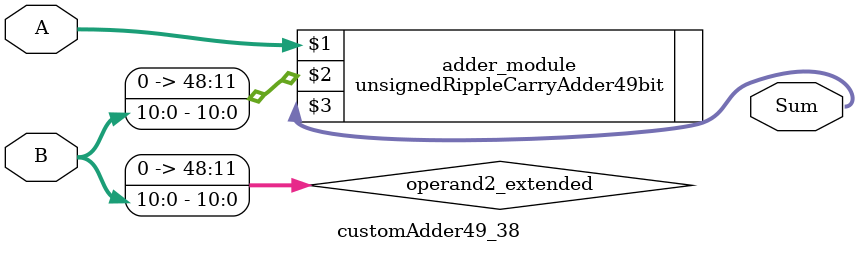
<source format=v>
module customAdder49_38(
                        input [48 : 0] A,
                        input [10 : 0] B,
                        
                        output [49 : 0] Sum
                );

        wire [48 : 0] operand2_extended;
        
        assign operand2_extended =  {38'b0, B};
        
        unsignedRippleCarryAdder49bit adder_module(
            A,
            operand2_extended,
            Sum
        );
        
        endmodule
        
</source>
